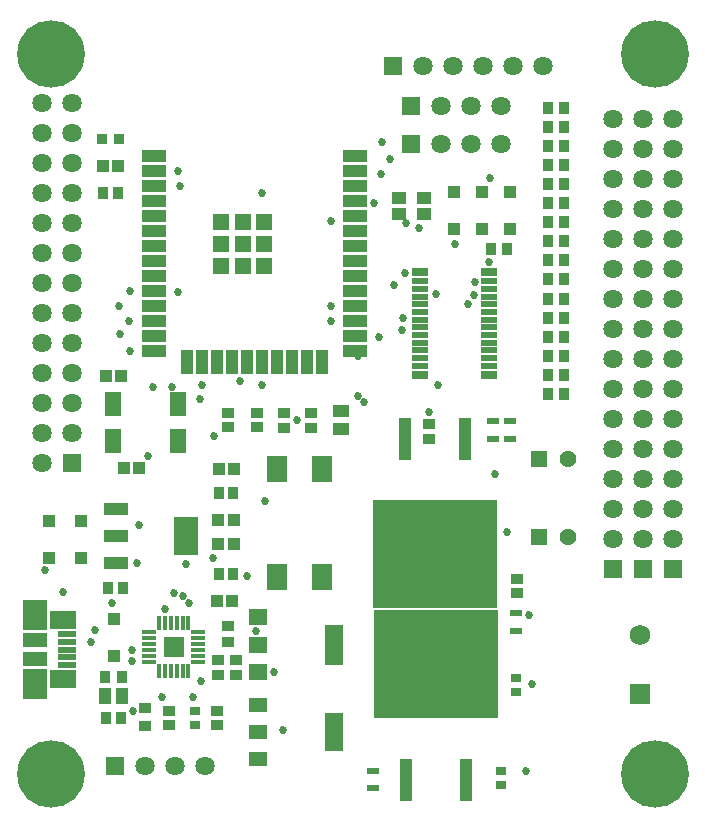
<source format=gts>
G04*
G04 #@! TF.GenerationSoftware,Altium Limited,Altium Designer,20.1.12 (249)*
G04*
G04 Layer_Color=8388736*
%FSLAX25Y25*%
%MOIN*%
G70*
G04*
G04 #@! TF.SameCoordinates,D1749837-0096-4F70-BC88-1939EB490A75*
G04*
G04*
G04 #@! TF.FilePolarity,Negative*
G04*
G01*
G75*
%ADD23R,0.03543X0.02953*%
%ADD36R,0.05906X0.12992*%
%ADD37R,0.05906X0.04724*%
%ADD53R,0.03847X0.02272*%
%ADD54R,0.03453X0.03847*%
%ADD55R,0.08374X0.04043*%
%ADD56R,0.04043X0.08374*%
%ADD57R,0.05736X0.05736*%
%ADD58R,0.03650X0.04043*%
%ADD59R,0.04240X0.04043*%
%ADD60R,0.04043X0.03453*%
%ADD61R,0.05933X0.02272*%
%ADD62R,0.08768X0.06307*%
%ADD63R,0.07980X0.09850*%
%ADD64R,0.07980X0.05126*%
%ADD65R,0.04240X0.14279*%
%ADD66R,0.41248X0.35933*%
%ADD67R,0.04043X0.04437*%
%ADD68R,0.05618X0.07980*%
%ADD69R,0.06799X0.09083*%
%ADD70R,0.06799X0.09161*%
%ADD71R,0.04043X0.03650*%
%ADD72R,0.05618X0.04437*%
%ADD73R,0.06406X0.13492*%
%ADD74R,0.06406X0.05224*%
%ADD75R,0.03453X0.04043*%
%ADD76R,0.03847X0.03453*%
%ADD77R,0.03256X0.04043*%
%ADD78R,0.04043X0.03256*%
%ADD79R,0.04831X0.04437*%
%ADD80R,0.05815X0.02075*%
%ADD81R,0.05815X0.02862*%
%ADD82R,0.04647X0.01681*%
%ADD83R,0.01681X0.04647*%
%ADD84R,0.06500X0.06500*%
%ADD85R,0.07980X0.04043*%
%ADD86R,0.07980X0.13098*%
%ADD87R,0.04240X0.04240*%
%ADD88R,0.03650X0.03650*%
%ADD89R,0.04437X0.05618*%
%ADD90C,0.05618*%
%ADD91R,0.05618X0.05618*%
%ADD92C,0.06406*%
%ADD93R,0.06406X0.06406*%
%ADD94R,0.06406X0.06406*%
%ADD95C,0.06799*%
%ADD96R,0.06799X0.06799*%
%ADD97C,0.22500*%
%ADD98C,0.02700*%
D23*
X291500Y144862D02*
D03*
Y140138D02*
D03*
X286500Y109138D02*
D03*
Y113862D02*
D03*
X184547Y129157D02*
D03*
Y133882D02*
D03*
D36*
X230902Y126945D02*
D03*
D37*
X205705Y117890D02*
D03*
Y126945D02*
D03*
Y136000D02*
D03*
D53*
X284000Y230453D02*
D03*
Y224547D02*
D03*
X289500Y230405D02*
D03*
Y224500D02*
D03*
X291500Y160547D02*
D03*
Y166453D02*
D03*
X244000Y113953D02*
D03*
Y108047D02*
D03*
D54*
X307559Y309533D02*
D03*
X302441D02*
D03*
X307559Y303167D02*
D03*
X302441D02*
D03*
X307500Y296800D02*
D03*
X302382D02*
D03*
X307559Y290433D02*
D03*
X302441D02*
D03*
X307559Y284067D02*
D03*
X302441D02*
D03*
X307559Y277700D02*
D03*
X302441D02*
D03*
X307559Y271333D02*
D03*
X302441D02*
D03*
X307559Y264967D02*
D03*
X302441D02*
D03*
X307559Y245867D02*
D03*
X302441D02*
D03*
X307559Y252233D02*
D03*
X302441D02*
D03*
X307559Y258600D02*
D03*
X302441D02*
D03*
X307559Y239500D02*
D03*
X302441D02*
D03*
X307559Y315900D02*
D03*
X302441D02*
D03*
X307559Y335000D02*
D03*
X302441D02*
D03*
X307559Y322267D02*
D03*
X302441D02*
D03*
X307500Y328633D02*
D03*
X302382D02*
D03*
X283441Y288000D02*
D03*
X288559D02*
D03*
X153941Y306500D02*
D03*
X159059D02*
D03*
D55*
X171000Y319000D02*
D03*
Y314000D02*
D03*
Y309000D02*
D03*
Y304000D02*
D03*
Y299000D02*
D03*
Y294000D02*
D03*
Y289000D02*
D03*
Y284000D02*
D03*
Y279000D02*
D03*
Y274000D02*
D03*
Y269000D02*
D03*
Y264000D02*
D03*
Y259000D02*
D03*
Y254000D02*
D03*
X237929D02*
D03*
Y259000D02*
D03*
Y264000D02*
D03*
Y269000D02*
D03*
Y274000D02*
D03*
Y279000D02*
D03*
Y284000D02*
D03*
Y289000D02*
D03*
Y294000D02*
D03*
Y299000D02*
D03*
Y304000D02*
D03*
Y309000D02*
D03*
Y314000D02*
D03*
Y319000D02*
D03*
D56*
X181965Y250063D02*
D03*
X186965D02*
D03*
X191965D02*
D03*
X196965D02*
D03*
X201965D02*
D03*
X206965D02*
D03*
X211965D02*
D03*
X216965D02*
D03*
X221965D02*
D03*
X226965D02*
D03*
D57*
X193303Y296697D02*
D03*
X200528D02*
D03*
X207752D02*
D03*
X193303Y289472D02*
D03*
X200528D02*
D03*
X207752D02*
D03*
X193303Y282248D02*
D03*
X200528D02*
D03*
X207752D02*
D03*
D58*
X160685Y174921D02*
D03*
X155764D02*
D03*
X159961Y131500D02*
D03*
X155039D02*
D03*
D59*
X157630Y152106D02*
D03*
Y164508D02*
D03*
X289500Y294528D02*
D03*
Y306929D02*
D03*
X280250Y294528D02*
D03*
Y306929D02*
D03*
X271000Y294528D02*
D03*
Y306929D02*
D03*
X146630Y184807D02*
D03*
Y197209D02*
D03*
X136130Y184807D02*
D03*
Y197209D02*
D03*
D60*
X292000Y177862D02*
D03*
Y173138D02*
D03*
X262500Y229362D02*
D03*
Y224638D02*
D03*
X195673Y233173D02*
D03*
Y228449D02*
D03*
X205173Y233114D02*
D03*
Y228390D02*
D03*
X176047Y129157D02*
D03*
Y133882D02*
D03*
D61*
X141909Y159461D02*
D03*
Y156902D02*
D03*
Y154342D02*
D03*
Y151784D02*
D03*
Y149224D02*
D03*
D62*
X140492Y164037D02*
D03*
Y144648D02*
D03*
D63*
X131437Y165809D02*
D03*
Y142876D02*
D03*
D64*
Y157640D02*
D03*
Y151045D02*
D03*
D65*
X274500Y224500D02*
D03*
X254500D02*
D03*
X255000Y111000D02*
D03*
X275000D02*
D03*
D66*
X264500Y186114D02*
D03*
X265000Y149386D02*
D03*
D67*
X159059Y315500D02*
D03*
X153941D02*
D03*
X197559Y197500D02*
D03*
X192441D02*
D03*
X191882Y170500D02*
D03*
X197000D02*
D03*
X192441Y189500D02*
D03*
X197559D02*
D03*
X197654Y214504D02*
D03*
X192535D02*
D03*
D68*
X157173Y236299D02*
D03*
Y223701D02*
D03*
X178827Y236299D02*
D03*
Y223701D02*
D03*
D69*
X227000Y178409D02*
D03*
X212000D02*
D03*
D70*
X227000Y214591D02*
D03*
X212000D02*
D03*
D71*
X214173Y228291D02*
D03*
Y233213D02*
D03*
X223173Y228291D02*
D03*
Y233213D02*
D03*
X192047Y133980D02*
D03*
Y129059D02*
D03*
D72*
X233173Y227799D02*
D03*
Y233705D02*
D03*
D73*
X231000Y156000D02*
D03*
D74*
X205803Y146945D02*
D03*
Y156000D02*
D03*
Y165055D02*
D03*
D75*
X192638Y179500D02*
D03*
X197362D02*
D03*
X192595Y206504D02*
D03*
X197319D02*
D03*
D76*
X195500Y156941D02*
D03*
Y162059D02*
D03*
X192303Y145886D02*
D03*
Y151004D02*
D03*
X198303Y151004D02*
D03*
Y145886D02*
D03*
D77*
X160409Y145343D02*
D03*
X154504D02*
D03*
D78*
X168047Y128795D02*
D03*
Y134701D02*
D03*
D79*
X261000Y299500D02*
D03*
Y305012D02*
D03*
X252500Y299500D02*
D03*
Y305012D02*
D03*
D80*
X282516Y271957D02*
D03*
Y274516D02*
D03*
Y277075D02*
D03*
Y269398D02*
D03*
Y266839D02*
D03*
X259484D02*
D03*
Y269398D02*
D03*
Y277075D02*
D03*
Y274516D02*
D03*
Y271957D02*
D03*
Y264280D02*
D03*
Y261720D02*
D03*
Y259161D02*
D03*
Y256602D02*
D03*
Y248925D02*
D03*
Y251484D02*
D03*
Y254043D02*
D03*
X282516D02*
D03*
Y251484D02*
D03*
Y248925D02*
D03*
Y256602D02*
D03*
Y259161D02*
D03*
Y261720D02*
D03*
Y264280D02*
D03*
D81*
X259484Y280028D02*
D03*
Y245972D02*
D03*
X282516D02*
D03*
Y280028D02*
D03*
D82*
X185611Y160185D02*
D03*
X169457D02*
D03*
Y158217D02*
D03*
Y156248D02*
D03*
Y154279D02*
D03*
Y152311D02*
D03*
Y150343D02*
D03*
X185611D02*
D03*
Y152311D02*
D03*
Y154279D02*
D03*
Y156248D02*
D03*
Y158217D02*
D03*
D83*
X172613Y147187D02*
D03*
X174581D02*
D03*
X176550D02*
D03*
X178518D02*
D03*
X180487D02*
D03*
X182455D02*
D03*
X180487Y163341D02*
D03*
X178518D02*
D03*
X176550D02*
D03*
X174581D02*
D03*
X172613D02*
D03*
X182455D02*
D03*
D84*
X177534Y155264D02*
D03*
D85*
X158433Y201350D02*
D03*
Y192295D02*
D03*
Y183240D02*
D03*
D86*
X181661Y192295D02*
D03*
D87*
X165961Y215000D02*
D03*
X161039D02*
D03*
X159961Y245500D02*
D03*
X155039D02*
D03*
D88*
X153547Y324500D02*
D03*
X159453D02*
D03*
D89*
X160409Y138842D02*
D03*
X154504D02*
D03*
D90*
X309000Y192000D02*
D03*
Y218000D02*
D03*
D91*
X299158Y192000D02*
D03*
Y218000D02*
D03*
D92*
X300500Y349000D02*
D03*
X290500D02*
D03*
X280500D02*
D03*
X270500D02*
D03*
X260500D02*
D03*
X344079Y331035D02*
D03*
Y321035D02*
D03*
Y311035D02*
D03*
Y301035D02*
D03*
Y291035D02*
D03*
Y281035D02*
D03*
Y271035D02*
D03*
Y261035D02*
D03*
Y251035D02*
D03*
Y241035D02*
D03*
Y231035D02*
D03*
Y221035D02*
D03*
Y211035D02*
D03*
Y201035D02*
D03*
Y191035D02*
D03*
X334079Y331035D02*
D03*
Y321035D02*
D03*
Y311035D02*
D03*
Y301035D02*
D03*
Y291035D02*
D03*
Y281035D02*
D03*
Y271035D02*
D03*
Y261035D02*
D03*
Y251035D02*
D03*
Y241035D02*
D03*
Y231035D02*
D03*
Y221035D02*
D03*
Y211035D02*
D03*
Y201035D02*
D03*
Y191035D02*
D03*
X324079Y331035D02*
D03*
Y321035D02*
D03*
Y311035D02*
D03*
Y301035D02*
D03*
Y291035D02*
D03*
Y281035D02*
D03*
Y271035D02*
D03*
Y261035D02*
D03*
Y251035D02*
D03*
Y241035D02*
D03*
Y231035D02*
D03*
Y221035D02*
D03*
Y211035D02*
D03*
Y201035D02*
D03*
Y191035D02*
D03*
X266500Y335500D02*
D03*
X276500D02*
D03*
X286500D02*
D03*
X133500Y216500D02*
D03*
X143500Y226500D02*
D03*
X133500D02*
D03*
X143500Y236500D02*
D03*
X133500D02*
D03*
X143500Y246500D02*
D03*
X133500D02*
D03*
X143500Y256500D02*
D03*
X133500D02*
D03*
X143500Y266500D02*
D03*
X133500D02*
D03*
X143500Y276500D02*
D03*
X133500D02*
D03*
X143500Y286500D02*
D03*
X133500D02*
D03*
X143500Y296500D02*
D03*
X133500D02*
D03*
X143500Y306500D02*
D03*
X133500D02*
D03*
X143500Y316500D02*
D03*
X133500D02*
D03*
X143500Y326500D02*
D03*
X133500D02*
D03*
X143500Y336500D02*
D03*
X133500D02*
D03*
X188000Y115500D02*
D03*
X178000D02*
D03*
X168000D02*
D03*
X286500Y323000D02*
D03*
X276500D02*
D03*
X266500D02*
D03*
D93*
X250500Y349000D02*
D03*
X256500Y335500D02*
D03*
X158000Y115500D02*
D03*
X256500Y323000D02*
D03*
D94*
X344079Y181035D02*
D03*
X334079D02*
D03*
X324079D02*
D03*
X143500Y216500D02*
D03*
D95*
X333000Y159343D02*
D03*
D96*
Y139657D02*
D03*
D97*
X338000Y113000D02*
D03*
Y353000D02*
D03*
X136500D02*
D03*
Y113000D02*
D03*
D98*
X262500Y233500D02*
D03*
X265500Y242500D02*
D03*
X277500Y272500D02*
D03*
X275500Y269500D02*
D03*
X179500Y309000D02*
D03*
X163000Y254000D02*
D03*
X159500Y259500D02*
D03*
X246500Y313000D02*
D03*
X246041Y258574D02*
D03*
X187000Y242500D02*
D03*
X207000D02*
D03*
X230000Y264000D02*
D03*
X199500Y243858D02*
D03*
X239000Y252163D02*
D03*
X186265Y237735D02*
D03*
X159290Y268983D02*
D03*
X179090Y313981D02*
D03*
X244454Y303167D02*
D03*
X253500Y261000D02*
D03*
X177000Y242000D02*
D03*
X179000Y273500D02*
D03*
X229975Y297025D02*
D03*
X163000Y274000D02*
D03*
X230000Y269000D02*
D03*
X162500Y264000D02*
D03*
X207000Y306500D02*
D03*
X259250Y295000D02*
D03*
X255058Y296442D02*
D03*
X271400Y289651D02*
D03*
X278000Y277000D02*
D03*
X177791Y173208D02*
D03*
X174500Y168000D02*
D03*
X163762Y154148D02*
D03*
X182587Y170000D02*
D03*
X163630Y150606D02*
D03*
X180735Y172265D02*
D03*
X170500Y242000D02*
D03*
X166000Y196000D02*
D03*
X169000Y219000D02*
D03*
X157000Y170000D02*
D03*
X140500Y173500D02*
D03*
X190500Y185000D02*
D03*
X181500Y183000D02*
D03*
X246920Y323594D02*
D03*
X249500Y318000D02*
D03*
X134500Y181000D02*
D03*
X283022Y311522D02*
D03*
X164000Y134000D02*
D03*
X282500Y283500D02*
D03*
X284500Y213000D02*
D03*
X288500Y193500D02*
D03*
X296000Y166000D02*
D03*
X297000Y143000D02*
D03*
X295000Y114000D02*
D03*
X251000Y276000D02*
D03*
X254000Y265000D02*
D03*
X254737Y279989D02*
D03*
X264988Y273012D02*
D03*
X239000Y239000D02*
D03*
X218500Y230973D02*
D03*
X191000Y225500D02*
D03*
X208000Y204000D02*
D03*
X241100Y237000D02*
D03*
X202000Y179000D02*
D03*
X165405Y183240D02*
D03*
X150130Y156893D02*
D03*
X173500Y138500D02*
D03*
X211031Y146978D02*
D03*
X186541Y143710D02*
D03*
X205000Y160500D02*
D03*
X214000Y127500D02*
D03*
X184000Y138500D02*
D03*
X151296Y160875D02*
D03*
M02*

</source>
